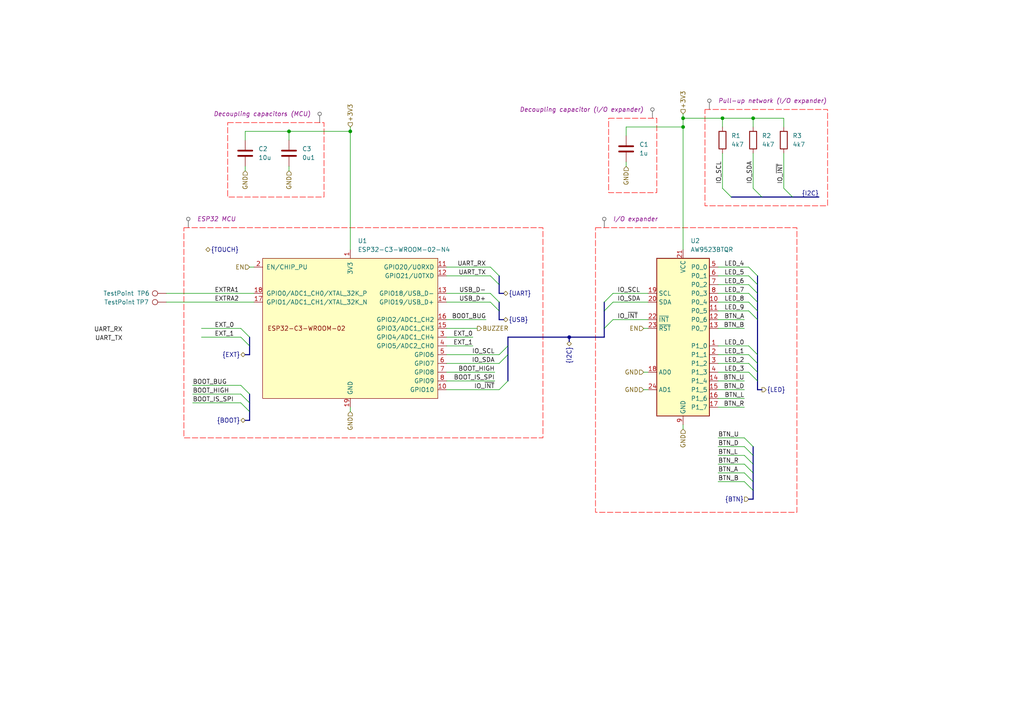
<source format=kicad_sch>
(kicad_sch (version 20250114) (generator "eeschema") (generator_version "9.0")
  (paper "A4")
  (title_block (title "Hack&Roll 2026 hardware badge") (date "2025-12-01") (rev "0.0.14") (company "NUS Hackers") (comment 1 "Art by @youngseopark05") (comment 2 "Developed by @yikjin and @Hackin7") (comment 3 "Licensed under CERN-OHL-P-2.0"))
  (lib_symbols
    (symbol "Connector:TestPoint" (pin_numbers (hide yes)) (pin_names (offset 0.762) (hide yes))
      (property "Reference" "TP" (at 0 6.858 0))
      (property "Value" "TestPoint" (at 0 5.08 0))
      (symbol "TestPoint_0_1"
        (circle (center 0 3.302) (radius 0.762))
      )
      (symbol "TestPoint_1_1"
        (pin passive line (at 0 0 90) (length 2.54) (name "1") (number "1"))
      )
    )
    (symbol "Device:C" (pin_numbers (hide yes)) (pin_names (offset 0.254))
      (property "Reference" "C" (at 0.635 2.54 0))
      (property "Value" "C" (at 0.635 -2.54 0))
      (symbol "C_0_1"
        (polyline (pts (xy -2.032 0.762) (xy 2.032 0.762)) (stroke (width 0.508)))
        (polyline (pts (xy -2.032 -0.762) (xy 2.032 -0.762)) (stroke (width 0.508)))
      )
      (symbol "C_1_1"
        (pin passive line (at 0 3.81 270) (length 2.794) (name "~") (number "1"))
        (pin passive line (at 0 -3.81 90) (length 2.794) (name "~") (number "2"))
      )
    )
    (symbol "Device:R" (pin_numbers (hide yes)) (pin_names (offset 0))
      (property "Reference" "R" (at 2.032 0 90))
      (property "Value" "R" (at 0 0 90))
      (symbol "R_0_1"
        (rectangle (start -1.016 -2.54) (end 1.016 2.54) (stroke (width 0.254)))
      )
      (symbol "R_1_1"
        (pin passive line (at 0 3.81 270) (length 1.27) (name "~") (number "1"))
        (pin passive line (at 0 -3.81 90) (length 1.27) (name "~") (number "2"))
      )
    )
    (symbol "Interface_Expansion:AW9523B"
      (property "Reference" "U" (at -5.08 26.67 0))
      (property "Value" "AW9523B" (at 6.35 26.67 0))
      (symbol "AW9523B_1_1"
        (rectangle (start -7.62 22.86) (end 7.62 -22.86) (stroke (width 0.254)) (fill (type background)))
        (pin input line (at -10.16 12.7 0) (length 2.54) (name "SCL") (number "19"))
        (pin bidirectional line (at -10.16 10.16 0) (length 2.54) (name "SDA") (number "20"))
        (pin open_collector line (at -10.16 5.08 0) (length 2.54) (name "~{INT}") (number "22"))
        (pin input line (at -10.16 2.54 0) (length 2.54) (name "~{RST}") (number "23"))
        (pin input line (at -10.16 -10.16 0) (length 2.54) (name "AD0") (number "18"))
        (pin input line (at -10.16 -15.24 0) (length 2.54) (name "AD1") (number "24"))
        (pin power_in line (at 0 25.4 270) (length 2.54) (name "VCC") (number "21"))
        (pin passive line (at 0 -25.4 90) (length 2.54) (hide yes) (name "GND") (number "25"))
        (pin power_in line (at 0 -25.4 90) (length 2.54) (name "GND") (number "9"))
        (pin bidirectional line (at 10.16 20.32 180) (length 2.54) (name "P0_0") (number "5"))
        (pin bidirectional line (at 10.16 17.78 180) (length 2.54) (name "P0_1") (number "6"))
        (pin bidirectional line (at 10.16 15.24 180) (length 2.54) (name "P0_2") (number "7"))
        (pin bidirectional line (at 10.16 12.7 180) (length 2.54) (name "P0_3") (number "8"))
        (pin bidirectional line (at 10.16 10.16 180) (length 2.54) (name "P0_4") (number "10"))
        (pin bidirectional line (at 10.16 7.62 180) (length 2.54) (name "P0_5") (number "11"))
        (pin bidirectional line (at 10.16 5.08 180) (length 2.54) (name "P0_6") (number "12"))
        (pin bidirectional line (at 10.16 2.54 180) (length 2.54) (name "P0_7") (number "13"))
        (pin bidirectional line (at 10.16 -2.54 180) (length 2.54) (name "P1_0") (number "1"))
        (pin bidirectional line (at 10.16 -5.08 180) (length 2.54) (name "P1_1") (number "2"))
        (pin bidirectional line (at 10.16 -7.62 180) (length 2.54) (name "P1_2") (number "3"))
        (pin bidirectional line (at 10.16 -10.16 180) (length 2.54) (name "P1_3") (number "4"))
        (pin bidirectional line (at 10.16 -12.7 180) (length 2.54) (name "P1_4") (number "14"))
        (pin bidirectional line (at 10.16 -15.24 180) (length 2.54) (name "P1_5") (number "15"))
        (pin bidirectional line (at 10.16 -17.78 180) (length 2.54) (name "P1_6") (number "16"))
        (pin bidirectional line (at 10.16 -20.32 180) (length 2.54) (name "P1_7") (number "17"))
      )
    )
    (symbol "PCM_Espressif:ESP32-C3-WROOM-02" (pin_names (offset 1.016))
      (property "Reference" "U" (at -25.4 25.4 0))
      (property "Value" "ESP32-C3-WROOM-02" (at -25.4 22.86 0))
      (symbol "ESP32-C3-WROOM-02_0_0"
        (text "ESP32-C3-WROOM-02" (at -12.7 0 0) (effects (font (size 1.27 1.27))))
      )
      (symbol "ESP32-C3-WROOM-02_0_1"
        (rectangle (start 25.4 20.32) (end -25.4 -20.32) (fill (type background)))
      )
      (symbol "ESP32-C3-WROOM-02_1_1"
        (pin input line (at -27.94 17.78 0) (length 2.54) (name "EN/CHIP_PU") (number "2"))
        (pin bidirectional line (at -27.94 10.16 0) (length 2.54) (name "GPIO0/ADC1_CH0/XTAL_32K_P") (number "18"))
        (pin bidirectional line (at -27.94 7.62 0) (length 2.54) (name "GPIO1/ADC1_CH1/XTAL_32K_N") (number "17"))
        (pin power_in line (at 0 22.86 270) (length 2.54) (name "3V3") (number "1"))
        (pin power_in line (at 0 -22.86 90) (length 2.54) (name "GND") (number "19"))
        (pin passive line (at 0 -22.86 90) (length 2.54) (hide yes) (name "GND") (number "9"))
        (pin bidirectional line (at 27.94 17.78 180) (length 2.54) (name "GPIO20/U0RXD") (number "11"))
        (pin bidirectional line (at 27.94 15.24 180) (length 2.54) (name "GPIO21/U0TXD") (number "12"))
        (pin bidirectional line (at 27.94 10.16 180) (length 2.54) (name "GPIO18/USB_D-") (number "13"))
        (pin bidirectional line (at 27.94 7.62 180) (length 2.54) (name "GPIO19/USB_D+") (number "14"))
        (pin bidirectional line (at 27.94 2.54 180) (length 2.54) (name "GPIO2/ADC1_CH2") (number "16"))
        (pin bidirectional line (at 27.94 0 180) (length 2.54) (name "GPIO3/ADC1_CH3") (number "15"))
        (pin bidirectional line (at 27.94 -2.54 180) (length 2.54) (name "GPIO4/ADC1_CH4") (number "3"))
        (pin bidirectional line (at 27.94 -5.08 180) (length 2.54) (name "GPIO5/ADC2_CH0") (number "4"))
        (pin bidirectional line (at 27.94 -7.62 180) (length 2.54) (name "GPIO6") (number "5"))
        (pin bidirectional line (at 27.94 -10.16 180) (length 2.54) (name "GPIO7") (number "6"))
        (pin bidirectional line (at 27.94 -12.7 180) (length 2.54) (name "GPIO8") (number "7"))
        (pin bidirectional line (at 27.94 -15.24 180) (length 2.54) (name "GPIO9") (number "8"))
        (pin bidirectional line (at 27.94 -17.78 180) (length 2.54) (name "GPIO10") (number "10"))
      )
    )
  )
  (junction (at 198.12 34.29))
  (junction (at 209.55 34.29))
  (junction (at 101.6 38.1))
  (junction (at 83.82 38.1))
  (junction (at 165.1 97.79))
  (junction (at 198.12 36.83))
  (junction (at 218.44 34.29))
  (bus_entry (at 142.24 80.01) (size 2.54 2.54))
  (bus_entry (at 177.8 87.63) (size -2.54 2.54))
  (bus_entry (at 177.8 92.71) (size -2.54 2.54))
  (bus_entry (at 217.17 107.95) (size 2.54 2.54))
  (bus_entry (at 147.32 110.49) (size -2.54 2.54))
  (bus_entry (at 142.24 85.09) (size 2.54 2.54))
  (bus_entry (at 215.9 139.7) (size 2.54 2.54))
  (bus_entry (at 217.17 105.41) (size 2.54 2.54))
  (bus_entry (at 69.85 111.76) (size 2.54 2.54))
  (bus_entry (at 215.9 134.62) (size 2.54 2.54))
  (bus_entry (at 217.17 90.17) (size 2.54 2.54))
  (bus_entry (at 215.9 129.54) (size 2.54 2.54))
  (bus_entry (at 69.85 97.79) (size 2.54 2.54))
  (bus_entry (at 147.32 100.33) (size -2.54 2.54))
  (bus_entry (at 218.44 54.61) (size 2.54 2.54))
  (bus_entry (at 215.9 137.16) (size 2.54 2.54))
  (bus_entry (at 217.17 82.55) (size 2.54 2.54))
  (bus_entry (at 147.32 102.87) (size -2.54 2.54))
  (bus_entry (at 217.17 85.09) (size 2.54 2.54))
  (bus_entry (at 217.17 77.47) (size 2.54 2.54))
  (bus_entry (at 215.9 127) (size 2.54 2.54))
  (bus_entry (at 227.33 54.61) (size 2.54 2.54))
  (bus_entry (at 215.9 132.08) (size 2.54 2.54))
  (bus_entry (at 142.24 87.63) (size 2.54 2.54))
  (bus_entry (at 209.55 54.61) (size 2.54 2.54))
  (bus_entry (at 217.17 100.33) (size 2.54 2.54))
  (bus_entry (at 177.8 85.09) (size -2.54 2.54))
  (bus_entry (at 69.85 116.84) (size 2.54 2.54))
  (bus_entry (at 69.85 95.25) (size 2.54 2.54))
  (bus_entry (at 142.24 77.47) (size 2.54 2.54))
  (bus_entry (at 217.17 87.63) (size 2.54 2.54))
  (bus_entry (at 69.85 114.3) (size 2.54 2.54))
  (bus_entry (at 217.17 102.87) (size 2.54 2.54))
  (bus_entry (at 217.17 80.01) (size 2.54 2.54))
  (wire (pts (xy 208.28 107.95) (xy 217.17 107.95)))
  (wire (pts (xy 181.61 39.37) (xy 181.61 36.83)))
  (wire (pts (xy 186.69 113.03) (xy 187.96 113.03)))
  (bus (pts (xy 218.44 137.16) (xy 218.44 139.7)))
  (wire (pts (xy 83.82 38.1) (xy 101.6 38.1)))
  (bus (pts (xy 237.49 57.15) (xy 229.87 57.15)))
  (bus (pts (xy 219.71 102.87) (xy 219.71 105.41)))
  (bus (pts (xy 218.44 132.08) (xy 218.44 134.62)))
  (wire (pts (xy 71.12 49.53) (xy 71.12 48.26)))
  (wire (pts (xy 55.88 116.84) (xy 69.85 116.84)))
  (wire (pts (xy 198.12 33.02) (xy 198.12 34.29)))
  (wire (pts (xy 129.54 107.95) (xy 143.51 107.95)))
  (wire (pts (xy 48.26 87.63) (xy 73.66 87.63)))
  (bus (pts (xy 219.71 110.49) (xy 219.71 113.03)))
  (wire (pts (xy 209.55 36.83) (xy 209.55 34.29)))
  (bus (pts (xy 219.71 107.95) (xy 219.71 110.49)))
  (wire (pts (xy 129.54 97.79) (xy 137.16 97.79)))
  (wire (pts (xy 208.28 118.11) (xy 215.9 118.11)))
  (bus (pts (xy 218.44 139.7) (xy 218.44 142.24)))
  (bus (pts (xy 72.39 119.38) (xy 72.39 121.92)))
  (bus (pts (xy 219.71 80.01) (xy 219.71 82.55)))
  (bus (pts (xy 219.71 105.41) (xy 219.71 107.95)))
  (wire (pts (xy 71.12 38.1) (xy 83.82 38.1)))
  (wire (pts (xy 72.39 77.47) (xy 73.66 77.47)))
  (bus (pts (xy 212.09 57.15) (xy 220.98 57.15)))
  (wire (pts (xy 186.69 107.95) (xy 187.96 107.95)))
  (bus (pts (xy 165.1 97.79) (xy 175.26 97.79)))
  (wire (pts (xy 129.54 92.71) (xy 140.97 92.71)))
  (wire (pts (xy 208.28 80.01) (xy 217.17 80.01)))
  (wire (pts (xy 208.28 129.54) (xy 215.9 129.54)))
  (wire (pts (xy 129.54 113.03) (xy 144.78 113.03)))
  (wire (pts (xy 101.6 119.38) (xy 101.6 118.11)))
  (wire (pts (xy 208.28 82.55) (xy 217.17 82.55)))
  (wire (pts (xy 209.55 34.29) (xy 198.12 34.29)))
  (bus (pts (xy 72.39 97.79) (xy 72.39 100.33)))
  (wire (pts (xy 208.28 132.08) (xy 215.9 132.08)))
  (bus (pts (xy 147.32 100.33) (xy 147.32 102.87)))
  (wire (pts (xy 181.61 48.26) (xy 181.61 46.99)))
  (bus (pts (xy 175.26 95.25) (xy 175.26 97.79)))
  (bus (pts (xy 218.44 134.62) (xy 218.44 137.16)))
  (wire (pts (xy 186.69 95.25) (xy 187.96 95.25)))
  (wire (pts (xy 208.28 139.7) (xy 215.9 139.7)))
  (wire (pts (xy 138.43 95.25) (xy 129.54 95.25)))
  (wire (pts (xy 208.28 92.71) (xy 215.9 92.71)))
  (wire (pts (xy 227.33 34.29) (xy 218.44 34.29)))
  (bus (pts (xy 144.78 82.55) (xy 144.78 85.09)))
  (wire (pts (xy 177.8 87.63) (xy 187.96 87.63)))
  (wire (pts (xy 218.44 44.45) (xy 218.44 54.61)))
  (wire (pts (xy 83.82 49.53) (xy 83.82 48.26)))
  (wire (pts (xy 129.54 85.09) (xy 142.24 85.09)))
  (bus (pts (xy 218.44 142.24) (xy 218.44 144.78)))
  (bus (pts (xy 219.71 82.55) (xy 219.71 85.09)))
  (wire (pts (xy 208.28 127) (xy 215.9 127)))
  (bus (pts (xy 219.71 87.63) (xy 219.71 90.17)))
  (bus (pts (xy 72.39 102.87) (xy 71.12 102.87)))
  (wire (pts (xy 208.28 90.17) (xy 217.17 90.17)))
  (bus (pts (xy 175.26 90.17) (xy 175.26 95.25)))
  (wire (pts (xy 101.6 36.83) (xy 101.6 38.1)))
  (wire (pts (xy 208.28 113.03) (xy 215.9 113.03)))
  (wire (pts (xy 129.54 100.33) (xy 137.16 100.33)))
  (wire (pts (xy 208.28 95.25) (xy 215.9 95.25)))
  (wire (pts (xy 101.6 38.1) (xy 101.6 72.39)))
  (wire (pts (xy 208.28 115.57) (xy 215.9 115.57)))
  (bus (pts (xy 165.1 99.06) (xy 165.1 97.79)))
  (bus (pts (xy 219.71 90.17) (xy 219.71 92.71)))
  (wire (pts (xy 208.28 134.62) (xy 215.9 134.62)))
  (wire (pts (xy 208.28 85.09) (xy 217.17 85.09)))
  (bus (pts (xy 147.32 102.87) (xy 147.32 110.49)))
  (wire (pts (xy 48.26 85.09) (xy 73.66 85.09)))
  (bus (pts (xy 219.71 92.71) (xy 219.71 102.87)))
  (wire (pts (xy 181.61 36.83) (xy 198.12 36.83)))
  (wire (pts (xy 209.55 44.45) (xy 209.55 54.61)))
  (bus (pts (xy 147.32 97.79) (xy 147.32 100.33)))
  (bus (pts (xy 175.26 87.63) (xy 175.26 90.17)))
  (bus (pts (xy 219.71 113.03) (xy 220.98 113.03)))
  (bus (pts (xy 144.78 92.71) (xy 146.05 92.71)))
  (wire (pts (xy 208.28 102.87) (xy 217.17 102.87)))
  (wire (pts (xy 83.82 38.1) (xy 83.82 40.64)))
  (wire (pts (xy 58.42 95.25) (xy 69.85 95.25)))
  (wire (pts (xy 227.33 36.83) (xy 227.33 34.29)))
  (bus (pts (xy 144.78 80.01) (xy 144.78 82.55)))
  (wire (pts (xy 55.88 114.3) (xy 69.85 114.3)))
  (wire (pts (xy 208.28 137.16) (xy 215.9 137.16)))
  (bus (pts (xy 72.39 116.84) (xy 72.39 119.38)))
  (wire (pts (xy 198.12 124.46) (xy 198.12 123.19)))
  (wire (pts (xy 208.28 77.47) (xy 217.17 77.47)))
  (bus (pts (xy 72.39 114.3) (xy 72.39 116.84)))
  (wire (pts (xy 129.54 110.49) (xy 143.51 110.49)))
  (wire (pts (xy 129.54 102.87) (xy 144.78 102.87)))
  (wire (pts (xy 208.28 110.49) (xy 215.9 110.49)))
  (wire (pts (xy 218.44 36.83) (xy 218.44 34.29)))
  (wire (pts (xy 129.54 105.41) (xy 144.78 105.41)))
  (bus (pts (xy 219.71 85.09) (xy 219.71 87.63)))
  (bus (pts (xy 147.32 97.79) (xy 165.1 97.79)))
  (wire (pts (xy 198.12 36.83) (xy 198.12 72.39)))
  (wire (pts (xy 208.28 100.33) (xy 217.17 100.33)))
  (wire (pts (xy 129.54 80.01) (xy 142.24 80.01)))
  (bus (pts (xy 144.78 85.09) (xy 146.05 85.09)))
  (bus (pts (xy 220.98 57.15) (xy 229.87 57.15)))
  (wire (pts (xy 208.28 105.41) (xy 217.17 105.41)))
  (bus (pts (xy 144.78 87.63) (xy 144.78 90.17)))
  (wire (pts (xy 55.88 111.76) (xy 69.85 111.76)))
  (bus (pts (xy 72.39 100.33) (xy 72.39 102.87)))
  (bus (pts (xy 72.39 121.92) (xy 71.12 121.92)))
  (bus (pts (xy 144.78 90.17) (xy 144.78 92.71)))
  (wire (pts (xy 71.12 40.64) (xy 71.12 38.1)))
  (bus (pts (xy 218.44 144.78) (xy 217.17 144.78)))
  (wire (pts (xy 218.44 34.29) (xy 209.55 34.29)))
  (wire (pts (xy 177.8 85.09) (xy 187.96 85.09)))
  (wire (pts (xy 208.28 87.63) (xy 217.17 87.63)))
  (wire (pts (xy 177.8 92.71) (xy 187.96 92.71)))
  (wire (pts (xy 227.33 44.45) (xy 227.33 54.61)))
  (wire (pts (xy 58.42 97.79) (xy 69.85 97.79)))
  (bus (pts (xy 218.44 129.54) (xy 218.44 132.08)))
  (wire (pts (xy 198.12 36.83) (xy 198.12 34.29)))
  (wire (pts (xy 129.54 87.63) (xy 142.24 87.63)))
  (wire (pts (xy 129.54 77.47) (xy 142.24 77.47)))
  (label "BTN_L" (at 208.28 132.08 0))
  (label "BTN_U" (at 215.9 110.49 180))
  (label "LED_0" (at 215.9 100.33 180))
  (label "BTN_D" (at 215.9 113.03 180))
  (label "EXTRA1" (at 62.23 85.09 0))
  (label "BOOT_BUG" (at 55.88 111.76 0))
  (label "EXT_1" (at 62.23 97.79 0))
  (label "{I2C}" (at 237.49 57.15 180))
  (label "UART_TX" (at 140.97 80.01 180))
  (label "LED_8" (at 215.9 87.63 180))
  (label "LED_7" (at 215.9 85.09 180))
  (label "BTN_B" (at 215.9 95.25 180))
  (label "IO_SCL" (at 179.07 85.09 0))
  (label "IO_~{INT}" (at 179.07 92.71 0))
  (label "BTN_D" (at 208.28 129.54 0))
  (label "UART_TX" (at 35.56 99.06 180))
  (label "BOOT_HIGH" (at 55.88 114.3 0))
  (label "EXT_0" (at 137.16 97.79 180))
  (label "USB_D+" (at 140.97 87.63 180))
  (label "IO_~{INT}" (at 227.33 53.34 90))
  (label "IO_SDA" (at 218.44 53.34 90))
  (label "LED_4" (at 215.9 77.47 180))
  (label "BOOT_BUG" (at 140.97 92.71 180))
  (label "BOOT_HIGH" (at 143.51 107.95 180))
  (label "IO_SDA" (at 143.51 105.41 180))
  (label "UART_RX" (at 35.56 96.52 180))
  (label "IO_SDA" (at 179.07 87.63 0))
  (label "LED_6" (at 215.9 82.55 180))
  (label "EXT_0" (at 62.23 95.25 0))
  (label "LED_3" (at 215.9 107.95 180))
  (label "UART_RX" (at 140.97 77.47 180))
  (label "EXT_1" (at 137.16 100.33 180))
  (label "BTN_R" (at 215.9 118.11 180))
  (label "IO_SCL" (at 143.51 102.87 180))
  (label "LED_2" (at 215.9 105.41 180))
  (label "BTN_L" (at 215.9 115.57 180))
  (label "USB_D-" (at 140.97 85.09 180))
  (label "BTN_B" (at 208.28 139.7 0))
  (label "BOOT_IS_SPI" (at 55.88 116.84 0))
  (label "BOOT_IS_SPI" (at 143.51 110.49 180))
  (label "IO_~{INT}" (at 143.51 113.03 180))
  (label "IO_SCL" (at 209.55 53.34 90))
  (label "LED_1" (at 215.9 102.87 180))
  (label "LED_9" (at 215.9 90.17 180))
  (label "BTN_U" (at 208.28 127 0))
  (label "BTN_A" (at 215.9 92.71 180))
  (label "EXTRA2" (at 62.23 87.63 0))
  (label "BTN_R" (at 208.28 134.62 0))
  (label "LED_5" (at 215.9 80.01 180))
  (label "BTN_A" (at 208.28 137.16 0))
  (hierarchical_label "{I2C}" (shape bidirectional) (at 165.1 99.06 270))
  (hierarchical_label "GND" (shape input) (at 83.82 49.53 270))
  (hierarchical_label "GND" (shape input) (at 198.12 124.46 270))
  (hierarchical_label "GND" (shape input) (at 186.69 113.03 180))
  (hierarchical_label "{BOOT}" (shape bidirectional) (at 71.12 121.92 180))
  (hierarchical_label "{BTN}" (shape input) (at 217.17 144.78 180))
  (hierarchical_label "GND" (shape input) (at 186.69 107.95 180))
  (hierarchical_label "+3V3" (shape input) (at 198.12 33.02 90))
  (hierarchical_label "+3V3" (shape input) (at 101.6 36.83 90))
  (hierarchical_label "{USB}" (shape bidirectional) (at 146.05 92.71 0))
  (hierarchical_label "{LED}" (shape output) (at 220.98 113.03 0))
  (hierarchical_label "GND" (shape input) (at 181.61 48.26 270))
  (hierarchical_label "EN" (shape input) (at 186.69 95.25 180))
  (hierarchical_label "BUZZER" (shape output) (at 138.43 95.25 0))
  (hierarchical_label "GND" (shape input) (at 101.6 119.38 270))
  (hierarchical_label "{TOUCH}" (shape bidirectional) (at 59.69 72.39 0))
  (hierarchical_label "{UART}" (shape bidirectional) (at 146.05 85.09 0))
  (hierarchical_label "EN" (shape input) (at 72.39 77.47 180))
  (hierarchical_label "GND" (shape input) (at 71.12 49.53 270))
  (hierarchical_label "{EXT}" (shape bidirectional) (at 71.12 102.87 180))
  (rule_area (polyline (pts (xy 176.53 34.29) (xy 190.5 34.29) (xy 190.5 55.88) (xy 176.53 55.88)) (stroke (width 0) (type dash))))
  (rule_area (polyline (pts (xy 172.72 66.04) (xy 231.14 66.04) (xy 231.14 148.59) (xy 172.72 148.59)) (stroke (width 0) (type dash))))
  (rule_area (polyline (pts (xy 66.04 35.56) (xy 93.98 35.56) (xy 93.98 57.15) (xy 66.04 57.15)) (stroke (width 0) (type dash))))
  (rule_area (polyline (pts (xy 204.47 31.75) (xy 240.03 31.75) (xy 240.03 59.69) (xy 204.47 59.69)) (stroke (width 0) (type dash))))
  (rule_area (polyline (pts (xy 53.34 66.04) (xy 157.48 66.04) (xy 157.48 127) (xy 53.34 127)) (stroke (width 0) (type dash))))
  (netclass_flag "" (length 2.54) (shape round) (at 54.61 66.04 0) (property "Component Class" "ESP32 MCU" (at 57.15 63.5 0) (effects (font (italic yes)) (justify left))))
  (netclass_flag "" (length 2.54) (shape round) (at 189.23 34.29 0) (property "Component Class" "Decoupling capacitor (I/O expander)" (at 186.69 31.75 0) (effects (font (italic yes)) (justify right))))
  (netclass_flag "" (length 2.54) (shape round) (at 205.74 31.75 0) (property "Component Class" "Pull-up network (I/O expander)" (at 208.28 29.21 0) (effects (font (italic yes)) (justify left))))
  (netclass_flag "" (length 2.54) (shape round) (at 175.26 66.04 0) (property "Component Class" "I/O expander" (at 177.8 63.5 0) (effects (font (italic yes)) (justify left))))
  (netclass_flag "" (length 2.54) (shape round) (at 92.71 35.56 0) (property "Component Class" "Decoupling capacitors (MCU)" (at 90.17 33.02 0) (effects (font (italic yes)) (justify right))))
  (symbol (lib_id "Device:C") (at 83.82 44.45 0) (unit 1)
    (property "Reference" "C3" (at 87.63 43.1799 0) (effects (justify left)))
    (property "Value" "0u1" (at 87.63 45.7199 0) (effects (justify left)))
    (property "Footprint" "Capacitor_SMD:C_0805_2012Metric" (effects (hide yes)))
    (property "Datasheet" "https://jlcpcb.com/api/file/downloadByFileSystemAccessId/8589836470069997568" (effects (hide yes)))
    (property "Description" "100nF 50V X7R ±10% 0805 Multilayer Ceramic Capacitors MLCC - SMD/SMT ROHS" (effects (hide yes)))
    (property "Cost per unit" "0.0033" (effects (hide yes)))
    (property "LCSC Part #" "C5137467" (effects (hide yes)))
    (property "PCB website" "https://jlcpcb.com/partdetail/FOJAN-FCC0805B104K500DT/C5137467" (effects (hide yes)))
  )
  (symbol (lib_id "Connector:TestPoint") (at 48.26 87.63 90) (mirror x) (unit 1)
    (property "Reference" "TP7" (at 43.18 87.63 90) (effects (justify left)))
    (property "Value" "TestPoint" (at 39.116 87.63 90) (effects (justify left)))
    (property "Footprint" "TestPoint:TestPoint_Pad_2.5x2.5mm" (effects (hide yes)))
    (property "Description" "test point" (effects (hide yes)))
  )
  (symbol (lib_id "PCM_Espressif:ESP32-C3-WROOM-02") (at 101.6 95.25 0) (unit 1)
    (property "Reference" "U1" (at 103.7609 69.85 0) (effects (justify left)))
    (property "Value" "ESP32-C3-WROOM-02-N4" (at 103.7609 72.39 0) (effects (justify left)))
    (property "Footprint" "PCM_Espressif:ESP32-C3-WROOM-02" (effects (hide yes)))
    (property "Datasheet" "https://documentation.espressif.com/esp32-c3-wroom-02_datasheet_en.pdf" (effects (hide yes)))
    (property "Description" "ESP32-C3-WROOM-02 is a general-purpose Wi-Fi and Bluetooth LE module. This module features a rich set of peripherals and high performance, which makes it an ideal choice for smart home, industrial automation, health care, consumer electronics, etc." (effects (hide yes)))
    (property "Cost per unit" "3.0330" (effects (hide yes)))
    (property "PCB website" "https://jlcpcb.com/partdetail/3281215-ESP32_C3_WROOM_02N4/C2934560" (effects (hide yes)))
    (property "LCSC Part #" "C2934560" (effects (hide yes)))
  )
  (symbol (lib_id "Device:R") (at 218.44 40.64 0) (unit 1)
    (property "Reference" "R2" (at 220.98 39.3699 0) (effects (justify left)))
    (property "Value" "4k7" (at 220.98 41.9099 0) (effects (justify left)))
    (property "Footprint" "Resistor_SMD:R_0805_2012Metric" (effects (hide yes)))
    (property "Datasheet" "https://jlcpcb.com/api/file/downloadByFileSystemAccessId/8590207514018287616" (effects (hide yes)))
    (property "Description" "-55℃~+155℃ 125mW 150V 4.7kΩ Thick Film Resistor ±100ppm/℃ ±5% 0805 Chip Resistor - Surface Mount ROHS" (effects (hide yes)))
    (property "Cost per unit" "0.0012" (effects (hide yes)))
    (property "PCB website" "https://jlcpcb.com/partdetail/FOJAN-FRC0805J472TS/C2907326" (effects (hide yes)))
    (property "LCSC Part #" "C2907326" (effects (hide yes)))
  )
  (symbol (lib_id "Device:C") (at 181.61 43.18 0) (unit 1)
    (property "Reference" "C1" (at 185.42 41.9099 0) (effects (justify left)))
    (property "Value" "1u" (at 185.42 44.4499 0) (effects (justify left)))
    (property "Footprint" "Capacitor_SMD:C_0805_2012Metric" (effects (hide yes)))
    (property "Datasheet" "https://jlcpcb.com/api/file/downloadByFileSystemAccessId/8588930738830262272" (effects (hide yes)))
    (property "Description" "1uF 25V X7R ±10% 0805 Multilayer Ceramic Capacitors MLCC - SMD/SMT ROHS" (effects (hide yes)))
    (property "Cost per unit" "0.0076" (effects (hide yes)))
    (property "LCSC Part #" "C344171" (effects (hide yes)))
    (property "PCB website" "https://jlcpcb.com/partdetail/CCTC-TCC0805X7R105K250DTS/C344171" (effects (hide yes)))
  )
  (symbol (lib_id "Connector:TestPoint") (at 48.26 85.09 90) (mirror x) (unit 1)
    (property "Reference" "TP6" (at 43.434 85.09 90) (effects (justify left)))
    (property "Value" "TestPoint" (at 38.862 85.09 90) (effects (justify left)))
    (property "Footprint" "TestPoint:TestPoint_Pad_2.5x2.5mm" (effects (hide yes)))
    (property "Description" "test point" (effects (hide yes)))
  )
  (symbol (lib_id "Device:R") (at 227.33 40.64 0) (unit 1)
    (property "Reference" "R3" (at 229.87 39.3699 0) (effects (justify left)))
    (property "Value" "4k7" (at 229.87 41.9099 0) (effects (justify left)))
    (property "Footprint" "Resistor_SMD:R_0805_2012Metric" (effects (hide yes)))
    (property "Datasheet" "https://jlcpcb.com/api/file/downloadByFileSystemAccessId/8590207514018287616" (effects (hide yes)))
    (property "Description" "-55℃~+155℃ 125mW 150V 4.7kΩ Thick Film Resistor ±100ppm/℃ ±5% 0805 Chip Resistor - Surface Mount ROHS" (effects (hide yes)))
    (property "Cost per unit" "0.0012" (effects (hide yes)))
    (property "PCB website" "https://jlcpcb.com/partdetail/FOJAN-FRC0805J472TS/C2907326" (effects (hide yes)))
    (property "LCSC Part #" "C2907326" (effects (hide yes)))
  )
  (symbol (lib_id "Device:C") (at 71.12 44.45 0) (unit 1)
    (property "Reference" "C2" (at 74.93 43.1799 0) (effects (justify left)))
    (property "Value" "10u" (at 74.93 45.7199 0) (effects (justify left)))
    (property "Footprint" "Capacitor_SMD:C_0805_2012Metric" (effects (hide yes)))
    (property "Datasheet" "https://jlcpcb.com/api/file/downloadByFileSystemAccessId/8603102601970278400" (effects (hide yes)))
    (property "Description" "10uF 25V X5R ±10% 0805 Multilayer Ceramic Capacitors MLCC - SMD/SMT ROHS" (effects (hide yes)))
    (property "Cost per unit" "0.0074" (effects (hide yes)))
    (property "LCSC Part #" "C19103847" (effects (hide yes)))
    (property "PCB website" "https://jlcpcb.com/partdetail/Chinocera-HGC0805R5106K250NSLJ/C19103847" (effects (hide yes)))
  )
  (symbol (lib_id "Interface_Expansion:AW9523B") (at 198.12 97.79 0) (unit 1)
    (property "Reference" "U2" (at 200.2633 69.85 0) (effects (justify left)))
    (property "Value" "AW9523BTQR" (at 200.2633 72.39 0) (effects (justify left)))
    (property "Footprint" "Package_DFN_QFN:QFN-24-1EP_4x4mm_P0.5mm_EP2.7x2.7mm" (effects (hide yes)))
    (property "Datasheet" "https://doc.awinic.com/doc/202403/deffbf3b-7e7b-4ff6-8e91-fd85e2d845d5.pdf" (effects (hide yes)))
    (property "Description" "16 multi-function led driver and gpio controller with i2c interface" (effects (hide yes)))
    (property "Datasheet website" "https://www.awinic.com/en/productDetail/AW9523BTQR" (effects (hide yes)))
    (property "Cost per unit" "0.3390" (effects (hide yes)))
    (property "PCB website" "https://jlcpcb.com/partdetail/159410-AW9523BTQR/C148077" (effects (hide yes)))
    (property "LCSC Part #" "C148077" (effects (hide yes)))
  )
  (symbol (lib_id "Device:R") (at 209.55 40.64 0) (unit 1)
    (property "Reference" "R1" (at 212.09 39.3699 0) (effects (justify left)))
    (property "Value" "4k7" (at 212.09 41.9099 0) (effects (justify left)))
    (property "Footprint" "Resistor_SMD:R_0805_2012Metric" (effects (hide yes)))
    (property "Datasheet" "https://jlcpcb.com/api/file/downloadByFileSystemAccessId/8590207514018287616" (effects (hide yes)))
    (property "Description" "-55℃~+155℃ 125mW 150V 4.7kΩ Thick Film Resistor ±100ppm/℃ ±5% 0805 Chip Resistor - Surface Mount ROHS" (effects (hide yes)))
    (property "Cost per unit" "0.0012" (effects (hide yes)))
    (property "PCB website" "https://jlcpcb.com/partdetail/FOJAN-FRC0805J472TS/C2907326" (effects (hide yes)))
    (property "LCSC Part #" "C2907326" (effects (hide yes)))
  )
)
</source>
